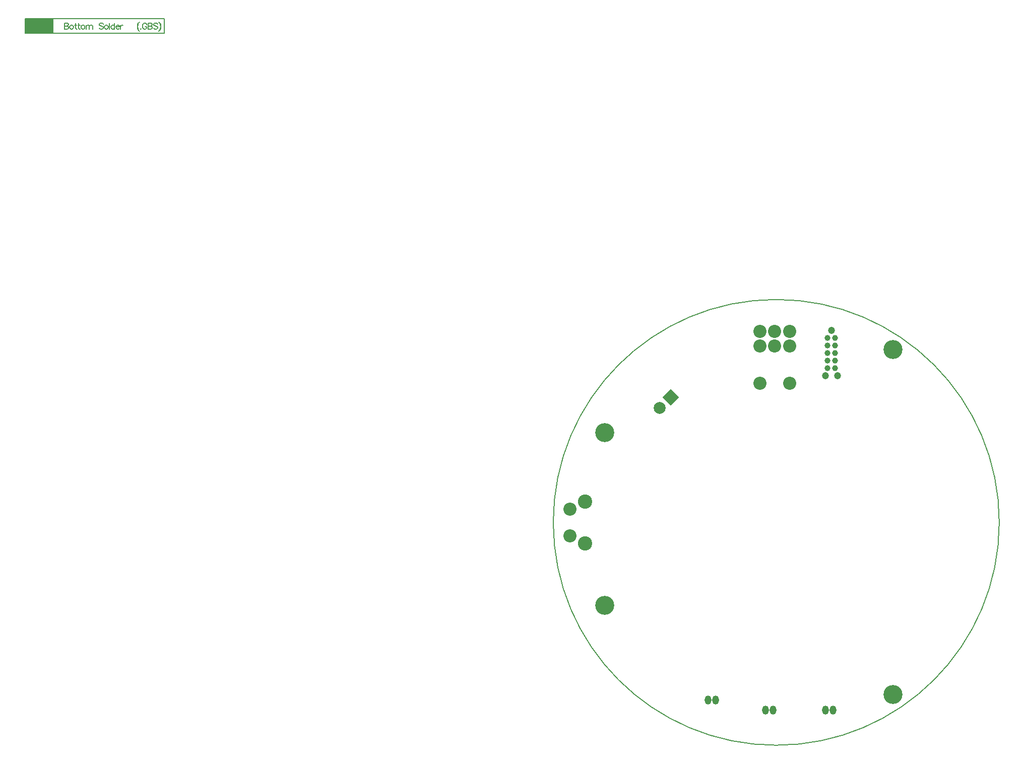
<source format=gbs>
G04*
G04 #@! TF.GenerationSoftware,Altium Limited,Altium Designer,20.0.2 (26)*
G04*
G04 Layer_Color=24703*
%FSLAX25Y25*%
%MOIN*%
G70*
G01*
G75*
%ADD10C,0.00787*%
%ADD14C,0.00500*%
%ADD18R,0.19000X0.09500*%
%ADD103C,0.04737*%
%ADD104C,0.09461*%
%ADD105C,0.08674*%
%ADD106C,0.07887*%
%ADD107P,0.11153X4X270.0*%
%ADD108O,0.04343X0.05918*%
%ADD109C,0.12611*%
%ADD136C,0.03950*%
D10*
X-577346Y370128D02*
X-485346D01*
X-577346Y360628D02*
X-485346D01*
Y370128D01*
X-577346Y360628D02*
Y370128D01*
X67089Y36880D02*
G03*
X67089Y36880I-147500J0D01*
G01*
D14*
X-501688Y368089D02*
X-502069Y367708D01*
X-502450Y367137D01*
X-502831Y366375D01*
X-503021Y365423D01*
Y364661D01*
X-502831Y363709D01*
X-502450Y362948D01*
X-502069Y362376D01*
X-501688Y361995D01*
X-502069Y367708D02*
X-502450Y366947D01*
X-502640Y366375D01*
X-502831Y365423D01*
Y364661D01*
X-502640Y363709D01*
X-502450Y363138D01*
X-502069Y362376D01*
X-500736Y363709D02*
X-500926Y363519D01*
X-500736Y363328D01*
X-500546Y363519D01*
X-500736Y363709D01*
X-496813Y366375D02*
X-497003Y366756D01*
X-497384Y367137D01*
X-497765Y367327D01*
X-498527D01*
X-498908Y367137D01*
X-499289Y366756D01*
X-499479Y366375D01*
X-499670Y365804D01*
Y364852D01*
X-499479Y364281D01*
X-499289Y363900D01*
X-498908Y363519D01*
X-498527Y363328D01*
X-497765D01*
X-497384Y363519D01*
X-497003Y363900D01*
X-496813Y364281D01*
Y364852D01*
X-497765D02*
X-496813D01*
X-495899Y367327D02*
Y363328D01*
Y367327D02*
X-494185D01*
X-493614Y367137D01*
X-493423Y366947D01*
X-493233Y366566D01*
Y366185D01*
X-493423Y365804D01*
X-493614Y365614D01*
X-494185Y365423D01*
X-495899D02*
X-494185D01*
X-493614Y365233D01*
X-493423Y365042D01*
X-493233Y364661D01*
Y364090D01*
X-493423Y363709D01*
X-493614Y363519D01*
X-494185Y363328D01*
X-495899D01*
X-489672Y366756D02*
X-490053Y367137D01*
X-490624Y367327D01*
X-491386D01*
X-491957Y367137D01*
X-492338Y366756D01*
Y366375D01*
X-492147Y365994D01*
X-491957Y365804D01*
X-491576Y365614D01*
X-490433Y365233D01*
X-490053Y365042D01*
X-489862Y364852D01*
X-489672Y364471D01*
Y363900D01*
X-490053Y363519D01*
X-490624Y363328D01*
X-491386D01*
X-491957Y363519D01*
X-492338Y363900D01*
X-488777Y368089D02*
X-488396Y367708D01*
X-488015Y367137D01*
X-487634Y366375D01*
X-487443Y365423D01*
Y364661D01*
X-487634Y363709D01*
X-488015Y362948D01*
X-488396Y362376D01*
X-488777Y361995D01*
X-488396Y367708D02*
X-488015Y366947D01*
X-487824Y366375D01*
X-487634Y365423D01*
Y364661D01*
X-487824Y363709D01*
X-488015Y363138D01*
X-488396Y362376D01*
X-551346Y367327D02*
Y363328D01*
Y367327D02*
X-549632D01*
X-549061Y367137D01*
X-548870Y366947D01*
X-548680Y366566D01*
Y366185D01*
X-548870Y365804D01*
X-549061Y365614D01*
X-549632Y365423D01*
X-551346D02*
X-549632D01*
X-549061Y365233D01*
X-548870Y365042D01*
X-548680Y364661D01*
Y364090D01*
X-548870Y363709D01*
X-549061Y363519D01*
X-549632Y363328D01*
X-551346D01*
X-546833Y365994D02*
X-547214Y365804D01*
X-547594Y365423D01*
X-547785Y364852D01*
Y364471D01*
X-547594Y363900D01*
X-547214Y363519D01*
X-546833Y363328D01*
X-546261D01*
X-545880Y363519D01*
X-545500Y363900D01*
X-545309Y364471D01*
Y364852D01*
X-545500Y365423D01*
X-545880Y365804D01*
X-546261Y365994D01*
X-546833D01*
X-543862Y367327D02*
Y364090D01*
X-543671Y363519D01*
X-543291Y363328D01*
X-542910D01*
X-544433Y365994D02*
X-543100D01*
X-541767Y367327D02*
Y364090D01*
X-541577Y363519D01*
X-541196Y363328D01*
X-540815D01*
X-542338Y365994D02*
X-541005D01*
X-539291D02*
X-539672Y365804D01*
X-540053Y365423D01*
X-540243Y364852D01*
Y364471D01*
X-540053Y363900D01*
X-539672Y363519D01*
X-539291Y363328D01*
X-538720D01*
X-538339Y363519D01*
X-537958Y363900D01*
X-537768Y364471D01*
Y364852D01*
X-537958Y365423D01*
X-538339Y365804D01*
X-538720Y365994D01*
X-539291D01*
X-536892D02*
Y363328D01*
Y365233D02*
X-536321Y365804D01*
X-535940Y365994D01*
X-535368D01*
X-534987Y365804D01*
X-534797Y365233D01*
Y363328D01*
Y365233D02*
X-534226Y365804D01*
X-533845Y365994D01*
X-533274D01*
X-532893Y365804D01*
X-532702Y365233D01*
Y363328D01*
X-525637Y366756D02*
X-526018Y367137D01*
X-526589Y367327D01*
X-527351D01*
X-527922Y367137D01*
X-528303Y366756D01*
Y366375D01*
X-528113Y365994D01*
X-527922Y365804D01*
X-527541Y365614D01*
X-526399Y365233D01*
X-526018Y365042D01*
X-525828Y364852D01*
X-525637Y364471D01*
Y363900D01*
X-526018Y363519D01*
X-526589Y363328D01*
X-527351D01*
X-527922Y363519D01*
X-528303Y363900D01*
X-523790Y365994D02*
X-524171Y365804D01*
X-524552Y365423D01*
X-524742Y364852D01*
Y364471D01*
X-524552Y363900D01*
X-524171Y363519D01*
X-523790Y363328D01*
X-523219D01*
X-522838Y363519D01*
X-522457Y363900D01*
X-522266Y364471D01*
Y364852D01*
X-522457Y365423D01*
X-522838Y365804D01*
X-523219Y365994D01*
X-523790D01*
X-521390Y367327D02*
Y363328D01*
X-518267Y367327D02*
Y363328D01*
Y365423D02*
X-518648Y365804D01*
X-519029Y365994D01*
X-519600D01*
X-519981Y365804D01*
X-520362Y365423D01*
X-520552Y364852D01*
Y364471D01*
X-520362Y363900D01*
X-519981Y363519D01*
X-519600Y363328D01*
X-519029D01*
X-518648Y363519D01*
X-518267Y363900D01*
X-517201Y364852D02*
X-514916D01*
Y365233D01*
X-515106Y365614D01*
X-515297Y365804D01*
X-515677Y365994D01*
X-516249D01*
X-516630Y365804D01*
X-517010Y365423D01*
X-517201Y364852D01*
Y364471D01*
X-517010Y363900D01*
X-516630Y363519D01*
X-516249Y363328D01*
X-515677D01*
X-515297Y363519D01*
X-514916Y363900D01*
X-514059Y365994D02*
Y363328D01*
Y364852D02*
X-513868Y365423D01*
X-513487Y365804D01*
X-513106Y365994D01*
X-512535D01*
D18*
X-567846Y365378D02*
D03*
D103*
X-43882Y163885D02*
D03*
X-39882Y133885D02*
D03*
X-47882D02*
D03*
D104*
X-206875Y23046D02*
D03*
X-206875Y50605D02*
D03*
D105*
X-216915Y27968D02*
D03*
X-216915Y45684D02*
D03*
X-71553Y128996D02*
D03*
X-91238D02*
D03*
X-81395Y163444D02*
D03*
X-71553D02*
D03*
X-91238D02*
D03*
X-71553Y153602D02*
D03*
X-81395D02*
D03*
X-91238D02*
D03*
D106*
X-157413Y112624D02*
D03*
D107*
X-150342Y119695D02*
D03*
D108*
X-120533Y-80667D02*
D03*
X-125454D02*
D03*
X-82533Y-87450D02*
D03*
X-87454D02*
D03*
X-47954D02*
D03*
X-43033D02*
D03*
D109*
X-3246Y-76899D02*
D03*
X-193993Y-17950D02*
D03*
Y96223D02*
D03*
X-3246Y151251D02*
D03*
D136*
X-41382Y158885D02*
D03*
Y153885D02*
D03*
Y148885D02*
D03*
Y143885D02*
D03*
Y138885D02*
D03*
X-46382D02*
D03*
Y143885D02*
D03*
Y148885D02*
D03*
Y153885D02*
D03*
Y158885D02*
D03*
M02*

</source>
